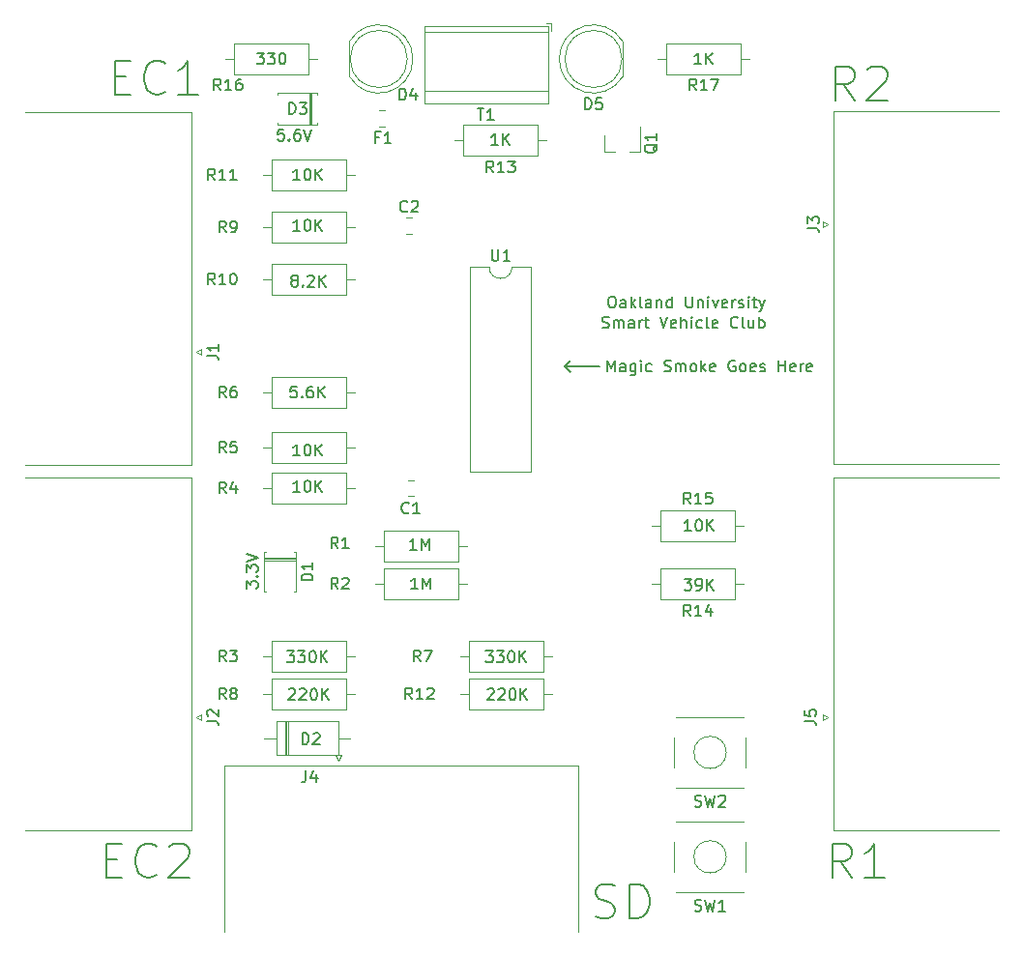
<source format=gbr>
G04 #@! TF.GenerationSoftware,KiCad,Pcbnew,(5.1.5)-3*
G04 #@! TF.CreationDate,2020-03-14T12:37:38-04:00*
G04 #@! TF.ProjectId,CB3,4342332e-6b69-4636-9164-5f7063625858,rev?*
G04 #@! TF.SameCoordinates,Original*
G04 #@! TF.FileFunction,Legend,Top*
G04 #@! TF.FilePolarity,Positive*
%FSLAX46Y46*%
G04 Gerber Fmt 4.6, Leading zero omitted, Abs format (unit mm)*
G04 Created by KiCad (PCBNEW (5.1.5)-3) date 2020-03-14 12:37:38*
%MOMM*%
%LPD*%
G04 APERTURE LIST*
%ADD10C,0.150000*%
%ADD11C,0.120000*%
G04 APERTURE END LIST*
D10*
X124222761Y-65428761D02*
X124365619Y-65476380D01*
X124603714Y-65476380D01*
X124698952Y-65428761D01*
X124746571Y-65381142D01*
X124794190Y-65285904D01*
X124794190Y-65190666D01*
X124746571Y-65095428D01*
X124698952Y-65047809D01*
X124603714Y-65000190D01*
X124413238Y-64952571D01*
X124318000Y-64904952D01*
X124270380Y-64857333D01*
X124222761Y-64762095D01*
X124222761Y-64666857D01*
X124270380Y-64571619D01*
X124318000Y-64524000D01*
X124413238Y-64476380D01*
X124651333Y-64476380D01*
X124794190Y-64524000D01*
X125222761Y-65476380D02*
X125222761Y-64809714D01*
X125222761Y-64904952D02*
X125270380Y-64857333D01*
X125365619Y-64809714D01*
X125508476Y-64809714D01*
X125603714Y-64857333D01*
X125651333Y-64952571D01*
X125651333Y-65476380D01*
X125651333Y-64952571D02*
X125698952Y-64857333D01*
X125794190Y-64809714D01*
X125937047Y-64809714D01*
X126032285Y-64857333D01*
X126079904Y-64952571D01*
X126079904Y-65476380D01*
X126984666Y-65476380D02*
X126984666Y-64952571D01*
X126937047Y-64857333D01*
X126841809Y-64809714D01*
X126651333Y-64809714D01*
X126556095Y-64857333D01*
X126984666Y-65428761D02*
X126889428Y-65476380D01*
X126651333Y-65476380D01*
X126556095Y-65428761D01*
X126508476Y-65333523D01*
X126508476Y-65238285D01*
X126556095Y-65143047D01*
X126651333Y-65095428D01*
X126889428Y-65095428D01*
X126984666Y-65047809D01*
X127460857Y-65476380D02*
X127460857Y-64809714D01*
X127460857Y-65000190D02*
X127508476Y-64904952D01*
X127556095Y-64857333D01*
X127651333Y-64809714D01*
X127746571Y-64809714D01*
X127937047Y-64809714D02*
X128318000Y-64809714D01*
X128079904Y-64476380D02*
X128079904Y-65333523D01*
X128127523Y-65428761D01*
X128222761Y-65476380D01*
X128318000Y-65476380D01*
X129270380Y-64476380D02*
X129603714Y-65476380D01*
X129937047Y-64476380D01*
X130651333Y-65428761D02*
X130556095Y-65476380D01*
X130365619Y-65476380D01*
X130270380Y-65428761D01*
X130222761Y-65333523D01*
X130222761Y-64952571D01*
X130270380Y-64857333D01*
X130365619Y-64809714D01*
X130556095Y-64809714D01*
X130651333Y-64857333D01*
X130698952Y-64952571D01*
X130698952Y-65047809D01*
X130222761Y-65143047D01*
X131127523Y-65476380D02*
X131127523Y-64476380D01*
X131556095Y-65476380D02*
X131556095Y-64952571D01*
X131508476Y-64857333D01*
X131413238Y-64809714D01*
X131270380Y-64809714D01*
X131175142Y-64857333D01*
X131127523Y-64904952D01*
X132032285Y-65476380D02*
X132032285Y-64809714D01*
X132032285Y-64476380D02*
X131984666Y-64524000D01*
X132032285Y-64571619D01*
X132079904Y-64524000D01*
X132032285Y-64476380D01*
X132032285Y-64571619D01*
X132937047Y-65428761D02*
X132841809Y-65476380D01*
X132651333Y-65476380D01*
X132556095Y-65428761D01*
X132508476Y-65381142D01*
X132460857Y-65285904D01*
X132460857Y-65000190D01*
X132508476Y-64904952D01*
X132556095Y-64857333D01*
X132651333Y-64809714D01*
X132841809Y-64809714D01*
X132937047Y-64857333D01*
X133508476Y-65476380D02*
X133413238Y-65428761D01*
X133365619Y-65333523D01*
X133365619Y-64476380D01*
X134270380Y-65428761D02*
X134175142Y-65476380D01*
X133984666Y-65476380D01*
X133889428Y-65428761D01*
X133841809Y-65333523D01*
X133841809Y-64952571D01*
X133889428Y-64857333D01*
X133984666Y-64809714D01*
X134175142Y-64809714D01*
X134270380Y-64857333D01*
X134318000Y-64952571D01*
X134318000Y-65047809D01*
X133841809Y-65143047D01*
X136079904Y-65381142D02*
X136032285Y-65428761D01*
X135889428Y-65476380D01*
X135794190Y-65476380D01*
X135651333Y-65428761D01*
X135556095Y-65333523D01*
X135508476Y-65238285D01*
X135460857Y-65047809D01*
X135460857Y-64904952D01*
X135508476Y-64714476D01*
X135556095Y-64619238D01*
X135651333Y-64524000D01*
X135794190Y-64476380D01*
X135889428Y-64476380D01*
X136032285Y-64524000D01*
X136079904Y-64571619D01*
X136651333Y-65476380D02*
X136556095Y-65428761D01*
X136508476Y-65333523D01*
X136508476Y-64476380D01*
X137460857Y-64809714D02*
X137460857Y-65476380D01*
X137032285Y-64809714D02*
X137032285Y-65333523D01*
X137079904Y-65428761D01*
X137175142Y-65476380D01*
X137318000Y-65476380D01*
X137413238Y-65428761D01*
X137460857Y-65381142D01*
X137937047Y-65476380D02*
X137937047Y-64476380D01*
X137937047Y-64857333D02*
X138032285Y-64809714D01*
X138222761Y-64809714D01*
X138318000Y-64857333D01*
X138365619Y-64904952D01*
X138413238Y-65000190D01*
X138413238Y-65285904D01*
X138365619Y-65381142D01*
X138318000Y-65428761D01*
X138222761Y-65476380D01*
X138032285Y-65476380D01*
X137937047Y-65428761D01*
X124976761Y-62698380D02*
X125167238Y-62698380D01*
X125262476Y-62746000D01*
X125357714Y-62841238D01*
X125405333Y-63031714D01*
X125405333Y-63365047D01*
X125357714Y-63555523D01*
X125262476Y-63650761D01*
X125167238Y-63698380D01*
X124976761Y-63698380D01*
X124881523Y-63650761D01*
X124786285Y-63555523D01*
X124738666Y-63365047D01*
X124738666Y-63031714D01*
X124786285Y-62841238D01*
X124881523Y-62746000D01*
X124976761Y-62698380D01*
X126262476Y-63698380D02*
X126262476Y-63174571D01*
X126214857Y-63079333D01*
X126119619Y-63031714D01*
X125929142Y-63031714D01*
X125833904Y-63079333D01*
X126262476Y-63650761D02*
X126167238Y-63698380D01*
X125929142Y-63698380D01*
X125833904Y-63650761D01*
X125786285Y-63555523D01*
X125786285Y-63460285D01*
X125833904Y-63365047D01*
X125929142Y-63317428D01*
X126167238Y-63317428D01*
X126262476Y-63269809D01*
X126738666Y-63698380D02*
X126738666Y-62698380D01*
X126833904Y-63317428D02*
X127119619Y-63698380D01*
X127119619Y-63031714D02*
X126738666Y-63412666D01*
X127691047Y-63698380D02*
X127595809Y-63650761D01*
X127548190Y-63555523D01*
X127548190Y-62698380D01*
X128500571Y-63698380D02*
X128500571Y-63174571D01*
X128452952Y-63079333D01*
X128357714Y-63031714D01*
X128167238Y-63031714D01*
X128072000Y-63079333D01*
X128500571Y-63650761D02*
X128405333Y-63698380D01*
X128167238Y-63698380D01*
X128072000Y-63650761D01*
X128024380Y-63555523D01*
X128024380Y-63460285D01*
X128072000Y-63365047D01*
X128167238Y-63317428D01*
X128405333Y-63317428D01*
X128500571Y-63269809D01*
X128976761Y-63031714D02*
X128976761Y-63698380D01*
X128976761Y-63126952D02*
X129024380Y-63079333D01*
X129119619Y-63031714D01*
X129262476Y-63031714D01*
X129357714Y-63079333D01*
X129405333Y-63174571D01*
X129405333Y-63698380D01*
X130310095Y-63698380D02*
X130310095Y-62698380D01*
X130310095Y-63650761D02*
X130214857Y-63698380D01*
X130024380Y-63698380D01*
X129929142Y-63650761D01*
X129881523Y-63603142D01*
X129833904Y-63507904D01*
X129833904Y-63222190D01*
X129881523Y-63126952D01*
X129929142Y-63079333D01*
X130024380Y-63031714D01*
X130214857Y-63031714D01*
X130310095Y-63079333D01*
X131548190Y-62698380D02*
X131548190Y-63507904D01*
X131595809Y-63603142D01*
X131643428Y-63650761D01*
X131738666Y-63698380D01*
X131929142Y-63698380D01*
X132024380Y-63650761D01*
X132072000Y-63603142D01*
X132119619Y-63507904D01*
X132119619Y-62698380D01*
X132595809Y-63031714D02*
X132595809Y-63698380D01*
X132595809Y-63126952D02*
X132643428Y-63079333D01*
X132738666Y-63031714D01*
X132881523Y-63031714D01*
X132976761Y-63079333D01*
X133024380Y-63174571D01*
X133024380Y-63698380D01*
X133500571Y-63698380D02*
X133500571Y-63031714D01*
X133500571Y-62698380D02*
X133452952Y-62746000D01*
X133500571Y-62793619D01*
X133548190Y-62746000D01*
X133500571Y-62698380D01*
X133500571Y-62793619D01*
X133881523Y-63031714D02*
X134119619Y-63698380D01*
X134357714Y-63031714D01*
X135119619Y-63650761D02*
X135024380Y-63698380D01*
X134833904Y-63698380D01*
X134738666Y-63650761D01*
X134691047Y-63555523D01*
X134691047Y-63174571D01*
X134738666Y-63079333D01*
X134833904Y-63031714D01*
X135024380Y-63031714D01*
X135119619Y-63079333D01*
X135167238Y-63174571D01*
X135167238Y-63269809D01*
X134691047Y-63365047D01*
X135595809Y-63698380D02*
X135595809Y-63031714D01*
X135595809Y-63222190D02*
X135643428Y-63126952D01*
X135691047Y-63079333D01*
X135786285Y-63031714D01*
X135881523Y-63031714D01*
X136167238Y-63650761D02*
X136262476Y-63698380D01*
X136452952Y-63698380D01*
X136548190Y-63650761D01*
X136595809Y-63555523D01*
X136595809Y-63507904D01*
X136548190Y-63412666D01*
X136452952Y-63365047D01*
X136310095Y-63365047D01*
X136214857Y-63317428D01*
X136167238Y-63222190D01*
X136167238Y-63174571D01*
X136214857Y-63079333D01*
X136310095Y-63031714D01*
X136452952Y-63031714D01*
X136548190Y-63079333D01*
X137024380Y-63698380D02*
X137024380Y-63031714D01*
X137024380Y-62698380D02*
X136976761Y-62746000D01*
X137024380Y-62793619D01*
X137072000Y-62746000D01*
X137024380Y-62698380D01*
X137024380Y-62793619D01*
X137357714Y-63031714D02*
X137738666Y-63031714D01*
X137500571Y-62698380D02*
X137500571Y-63555523D01*
X137548190Y-63650761D01*
X137643428Y-63698380D01*
X137738666Y-63698380D01*
X137976761Y-63031714D02*
X138214857Y-63698380D01*
X138452952Y-63031714D02*
X138214857Y-63698380D01*
X138119619Y-63936476D01*
X138072000Y-63984095D01*
X137976761Y-64031714D01*
X96326438Y-48067980D02*
X95850247Y-48067980D01*
X95802628Y-48544171D01*
X95850247Y-48496552D01*
X95945485Y-48448933D01*
X96183580Y-48448933D01*
X96278819Y-48496552D01*
X96326438Y-48544171D01*
X96374057Y-48639409D01*
X96374057Y-48877504D01*
X96326438Y-48972742D01*
X96278819Y-49020361D01*
X96183580Y-49067980D01*
X95945485Y-49067980D01*
X95850247Y-49020361D01*
X95802628Y-48972742D01*
X96802628Y-48972742D02*
X96850247Y-49020361D01*
X96802628Y-49067980D01*
X96755009Y-49020361D01*
X96802628Y-48972742D01*
X96802628Y-49067980D01*
X97707390Y-48067980D02*
X97516914Y-48067980D01*
X97421676Y-48115600D01*
X97374057Y-48163219D01*
X97278819Y-48306076D01*
X97231200Y-48496552D01*
X97231200Y-48877504D01*
X97278819Y-48972742D01*
X97326438Y-49020361D01*
X97421676Y-49067980D01*
X97612152Y-49067980D01*
X97707390Y-49020361D01*
X97755009Y-48972742D01*
X97802628Y-48877504D01*
X97802628Y-48639409D01*
X97755009Y-48544171D01*
X97707390Y-48496552D01*
X97612152Y-48448933D01*
X97421676Y-48448933D01*
X97326438Y-48496552D01*
X97278819Y-48544171D01*
X97231200Y-48639409D01*
X98088342Y-48067980D02*
X98421676Y-49067980D01*
X98755009Y-48067980D01*
X132881714Y-42362380D02*
X132310285Y-42362380D01*
X132596000Y-42362380D02*
X132596000Y-41362380D01*
X132500761Y-41505238D01*
X132405523Y-41600476D01*
X132310285Y-41648095D01*
X133310285Y-42362380D02*
X133310285Y-41362380D01*
X133881714Y-42362380D02*
X133453142Y-41790952D01*
X133881714Y-41362380D02*
X133310285Y-41933809D01*
X93964285Y-41362380D02*
X94583333Y-41362380D01*
X94250000Y-41743333D01*
X94392857Y-41743333D01*
X94488095Y-41790952D01*
X94535714Y-41838571D01*
X94583333Y-41933809D01*
X94583333Y-42171904D01*
X94535714Y-42267142D01*
X94488095Y-42314761D01*
X94392857Y-42362380D01*
X94107142Y-42362380D01*
X94011904Y-42314761D01*
X93964285Y-42267142D01*
X94916666Y-41362380D02*
X95535714Y-41362380D01*
X95202380Y-41743333D01*
X95345238Y-41743333D01*
X95440476Y-41790952D01*
X95488095Y-41838571D01*
X95535714Y-41933809D01*
X95535714Y-42171904D01*
X95488095Y-42267142D01*
X95440476Y-42314761D01*
X95345238Y-42362380D01*
X95059523Y-42362380D01*
X94964285Y-42314761D01*
X94916666Y-42267142D01*
X96154761Y-41362380D02*
X96250000Y-41362380D01*
X96345238Y-41410000D01*
X96392857Y-41457619D01*
X96440476Y-41552857D01*
X96488095Y-41743333D01*
X96488095Y-41981428D01*
X96440476Y-42171904D01*
X96392857Y-42267142D01*
X96345238Y-42314761D01*
X96250000Y-42362380D01*
X96154761Y-42362380D01*
X96059523Y-42314761D01*
X96011904Y-42267142D01*
X95964285Y-42171904D01*
X95916666Y-41981428D01*
X95916666Y-41743333D01*
X95964285Y-41552857D01*
X96011904Y-41457619D01*
X96059523Y-41410000D01*
X96154761Y-41362380D01*
X93052380Y-88276190D02*
X93052380Y-87657142D01*
X93433333Y-87990476D01*
X93433333Y-87847619D01*
X93480952Y-87752380D01*
X93528571Y-87704761D01*
X93623809Y-87657142D01*
X93861904Y-87657142D01*
X93957142Y-87704761D01*
X94004761Y-87752380D01*
X94052380Y-87847619D01*
X94052380Y-88133333D01*
X94004761Y-88228571D01*
X93957142Y-88276190D01*
X93957142Y-87228571D02*
X94004761Y-87180952D01*
X94052380Y-87228571D01*
X94004761Y-87276190D01*
X93957142Y-87228571D01*
X94052380Y-87228571D01*
X93052380Y-86847619D02*
X93052380Y-86228571D01*
X93433333Y-86561904D01*
X93433333Y-86419047D01*
X93480952Y-86323809D01*
X93528571Y-86276190D01*
X93623809Y-86228571D01*
X93861904Y-86228571D01*
X93957142Y-86276190D01*
X94004761Y-86323809D01*
X94052380Y-86419047D01*
X94052380Y-86704761D01*
X94004761Y-86800000D01*
X93957142Y-86847619D01*
X93052380Y-85942857D02*
X94052380Y-85609523D01*
X93052380Y-85276190D01*
X132009523Y-83252380D02*
X131438095Y-83252380D01*
X131723809Y-83252380D02*
X131723809Y-82252380D01*
X131628571Y-82395238D01*
X131533333Y-82490476D01*
X131438095Y-82538095D01*
X132628571Y-82252380D02*
X132723809Y-82252380D01*
X132819047Y-82300000D01*
X132866666Y-82347619D01*
X132914285Y-82442857D01*
X132961904Y-82633333D01*
X132961904Y-82871428D01*
X132914285Y-83061904D01*
X132866666Y-83157142D01*
X132819047Y-83204761D01*
X132723809Y-83252380D01*
X132628571Y-83252380D01*
X132533333Y-83204761D01*
X132485714Y-83157142D01*
X132438095Y-83061904D01*
X132390476Y-82871428D01*
X132390476Y-82633333D01*
X132438095Y-82442857D01*
X132485714Y-82347619D01*
X132533333Y-82300000D01*
X132628571Y-82252380D01*
X133390476Y-83252380D02*
X133390476Y-82252380D01*
X133961904Y-83252380D02*
X133533333Y-82680952D01*
X133961904Y-82252380D02*
X133390476Y-82823809D01*
X131390476Y-87452380D02*
X132009523Y-87452380D01*
X131676190Y-87833333D01*
X131819047Y-87833333D01*
X131914285Y-87880952D01*
X131961904Y-87928571D01*
X132009523Y-88023809D01*
X132009523Y-88261904D01*
X131961904Y-88357142D01*
X131914285Y-88404761D01*
X131819047Y-88452380D01*
X131533333Y-88452380D01*
X131438095Y-88404761D01*
X131390476Y-88357142D01*
X132485714Y-88452380D02*
X132676190Y-88452380D01*
X132771428Y-88404761D01*
X132819047Y-88357142D01*
X132914285Y-88214285D01*
X132961904Y-88023809D01*
X132961904Y-87642857D01*
X132914285Y-87547619D01*
X132866666Y-87500000D01*
X132771428Y-87452380D01*
X132580952Y-87452380D01*
X132485714Y-87500000D01*
X132438095Y-87547619D01*
X132390476Y-87642857D01*
X132390476Y-87880952D01*
X132438095Y-87976190D01*
X132485714Y-88023809D01*
X132580952Y-88071428D01*
X132771428Y-88071428D01*
X132866666Y-88023809D01*
X132914285Y-87976190D01*
X132961904Y-87880952D01*
X133390476Y-88452380D02*
X133390476Y-87452380D01*
X133961904Y-88452380D02*
X133533333Y-87880952D01*
X133961904Y-87452380D02*
X133390476Y-88023809D01*
X114161904Y-97147619D02*
X114209523Y-97100000D01*
X114304761Y-97052380D01*
X114542857Y-97052380D01*
X114638095Y-97100000D01*
X114685714Y-97147619D01*
X114733333Y-97242857D01*
X114733333Y-97338095D01*
X114685714Y-97480952D01*
X114114285Y-98052380D01*
X114733333Y-98052380D01*
X115114285Y-97147619D02*
X115161904Y-97100000D01*
X115257142Y-97052380D01*
X115495238Y-97052380D01*
X115590476Y-97100000D01*
X115638095Y-97147619D01*
X115685714Y-97242857D01*
X115685714Y-97338095D01*
X115638095Y-97480952D01*
X115066666Y-98052380D01*
X115685714Y-98052380D01*
X116304761Y-97052380D02*
X116400000Y-97052380D01*
X116495238Y-97100000D01*
X116542857Y-97147619D01*
X116590476Y-97242857D01*
X116638095Y-97433333D01*
X116638095Y-97671428D01*
X116590476Y-97861904D01*
X116542857Y-97957142D01*
X116495238Y-98004761D01*
X116400000Y-98052380D01*
X116304761Y-98052380D01*
X116209523Y-98004761D01*
X116161904Y-97957142D01*
X116114285Y-97861904D01*
X116066666Y-97671428D01*
X116066666Y-97433333D01*
X116114285Y-97242857D01*
X116161904Y-97147619D01*
X116209523Y-97100000D01*
X116304761Y-97052380D01*
X117066666Y-98052380D02*
X117066666Y-97052380D01*
X117638095Y-98052380D02*
X117209523Y-97480952D01*
X117638095Y-97052380D02*
X117066666Y-97623809D01*
X114014285Y-93752380D02*
X114633333Y-93752380D01*
X114300000Y-94133333D01*
X114442857Y-94133333D01*
X114538095Y-94180952D01*
X114585714Y-94228571D01*
X114633333Y-94323809D01*
X114633333Y-94561904D01*
X114585714Y-94657142D01*
X114538095Y-94704761D01*
X114442857Y-94752380D01*
X114157142Y-94752380D01*
X114061904Y-94704761D01*
X114014285Y-94657142D01*
X114966666Y-93752380D02*
X115585714Y-93752380D01*
X115252380Y-94133333D01*
X115395238Y-94133333D01*
X115490476Y-94180952D01*
X115538095Y-94228571D01*
X115585714Y-94323809D01*
X115585714Y-94561904D01*
X115538095Y-94657142D01*
X115490476Y-94704761D01*
X115395238Y-94752380D01*
X115109523Y-94752380D01*
X115014285Y-94704761D01*
X114966666Y-94657142D01*
X116204761Y-93752380D02*
X116300000Y-93752380D01*
X116395238Y-93800000D01*
X116442857Y-93847619D01*
X116490476Y-93942857D01*
X116538095Y-94133333D01*
X116538095Y-94371428D01*
X116490476Y-94561904D01*
X116442857Y-94657142D01*
X116395238Y-94704761D01*
X116300000Y-94752380D01*
X116204761Y-94752380D01*
X116109523Y-94704761D01*
X116061904Y-94657142D01*
X116014285Y-94561904D01*
X115966666Y-94371428D01*
X115966666Y-94133333D01*
X116014285Y-93942857D01*
X116061904Y-93847619D01*
X116109523Y-93800000D01*
X116204761Y-93752380D01*
X116966666Y-94752380D02*
X116966666Y-93752380D01*
X117538095Y-94752380D02*
X117109523Y-94180952D01*
X117538095Y-93752380D02*
X116966666Y-94323809D01*
X96761904Y-97147619D02*
X96809523Y-97100000D01*
X96904761Y-97052380D01*
X97142857Y-97052380D01*
X97238095Y-97100000D01*
X97285714Y-97147619D01*
X97333333Y-97242857D01*
X97333333Y-97338095D01*
X97285714Y-97480952D01*
X96714285Y-98052380D01*
X97333333Y-98052380D01*
X97714285Y-97147619D02*
X97761904Y-97100000D01*
X97857142Y-97052380D01*
X98095238Y-97052380D01*
X98190476Y-97100000D01*
X98238095Y-97147619D01*
X98285714Y-97242857D01*
X98285714Y-97338095D01*
X98238095Y-97480952D01*
X97666666Y-98052380D01*
X98285714Y-98052380D01*
X98904761Y-97052380D02*
X99000000Y-97052380D01*
X99095238Y-97100000D01*
X99142857Y-97147619D01*
X99190476Y-97242857D01*
X99238095Y-97433333D01*
X99238095Y-97671428D01*
X99190476Y-97861904D01*
X99142857Y-97957142D01*
X99095238Y-98004761D01*
X99000000Y-98052380D01*
X98904761Y-98052380D01*
X98809523Y-98004761D01*
X98761904Y-97957142D01*
X98714285Y-97861904D01*
X98666666Y-97671428D01*
X98666666Y-97433333D01*
X98714285Y-97242857D01*
X98761904Y-97147619D01*
X98809523Y-97100000D01*
X98904761Y-97052380D01*
X99666666Y-98052380D02*
X99666666Y-97052380D01*
X100238095Y-98052380D02*
X99809523Y-97480952D01*
X100238095Y-97052380D02*
X99666666Y-97623809D01*
X96614285Y-93752380D02*
X97233333Y-93752380D01*
X96900000Y-94133333D01*
X97042857Y-94133333D01*
X97138095Y-94180952D01*
X97185714Y-94228571D01*
X97233333Y-94323809D01*
X97233333Y-94561904D01*
X97185714Y-94657142D01*
X97138095Y-94704761D01*
X97042857Y-94752380D01*
X96757142Y-94752380D01*
X96661904Y-94704761D01*
X96614285Y-94657142D01*
X97566666Y-93752380D02*
X98185714Y-93752380D01*
X97852380Y-94133333D01*
X97995238Y-94133333D01*
X98090476Y-94180952D01*
X98138095Y-94228571D01*
X98185714Y-94323809D01*
X98185714Y-94561904D01*
X98138095Y-94657142D01*
X98090476Y-94704761D01*
X97995238Y-94752380D01*
X97709523Y-94752380D01*
X97614285Y-94704761D01*
X97566666Y-94657142D01*
X98804761Y-93752380D02*
X98900000Y-93752380D01*
X98995238Y-93800000D01*
X99042857Y-93847619D01*
X99090476Y-93942857D01*
X99138095Y-94133333D01*
X99138095Y-94371428D01*
X99090476Y-94561904D01*
X99042857Y-94657142D01*
X98995238Y-94704761D01*
X98900000Y-94752380D01*
X98804761Y-94752380D01*
X98709523Y-94704761D01*
X98661904Y-94657142D01*
X98614285Y-94561904D01*
X98566666Y-94371428D01*
X98566666Y-94133333D01*
X98614285Y-93942857D01*
X98661904Y-93847619D01*
X98709523Y-93800000D01*
X98804761Y-93752380D01*
X99566666Y-94752380D02*
X99566666Y-93752380D01*
X100138095Y-94752380D02*
X99709523Y-94180952D01*
X100138095Y-93752380D02*
X99566666Y-94323809D01*
X115085714Y-49452380D02*
X114514285Y-49452380D01*
X114800000Y-49452380D02*
X114800000Y-48452380D01*
X114704761Y-48595238D01*
X114609523Y-48690476D01*
X114514285Y-48738095D01*
X115514285Y-49452380D02*
X115514285Y-48452380D01*
X116085714Y-49452380D02*
X115657142Y-48880952D01*
X116085714Y-48452380D02*
X115514285Y-49023809D01*
X108066285Y-88336380D02*
X107494857Y-88336380D01*
X107780571Y-88336380D02*
X107780571Y-87336380D01*
X107685333Y-87479238D01*
X107590095Y-87574476D01*
X107494857Y-87622095D01*
X108494857Y-88336380D02*
X108494857Y-87336380D01*
X108828190Y-88050666D01*
X109161523Y-87336380D01*
X109161523Y-88336380D01*
X107939285Y-84907380D02*
X107367857Y-84907380D01*
X107653571Y-84907380D02*
X107653571Y-83907380D01*
X107558333Y-84050238D01*
X107463095Y-84145476D01*
X107367857Y-84193095D01*
X108367857Y-84907380D02*
X108367857Y-83907380D01*
X108701190Y-84621666D01*
X109034523Y-83907380D01*
X109034523Y-84907380D01*
X97734523Y-79827380D02*
X97163095Y-79827380D01*
X97448809Y-79827380D02*
X97448809Y-78827380D01*
X97353571Y-78970238D01*
X97258333Y-79065476D01*
X97163095Y-79113095D01*
X98353571Y-78827380D02*
X98448809Y-78827380D01*
X98544047Y-78875000D01*
X98591666Y-78922619D01*
X98639285Y-79017857D01*
X98686904Y-79208333D01*
X98686904Y-79446428D01*
X98639285Y-79636904D01*
X98591666Y-79732142D01*
X98544047Y-79779761D01*
X98448809Y-79827380D01*
X98353571Y-79827380D01*
X98258333Y-79779761D01*
X98210714Y-79732142D01*
X98163095Y-79636904D01*
X98115476Y-79446428D01*
X98115476Y-79208333D01*
X98163095Y-79017857D01*
X98210714Y-78922619D01*
X98258333Y-78875000D01*
X98353571Y-78827380D01*
X99115476Y-79827380D02*
X99115476Y-78827380D01*
X99686904Y-79827380D02*
X99258333Y-79255952D01*
X99686904Y-78827380D02*
X99115476Y-79398809D01*
X97734523Y-76652380D02*
X97163095Y-76652380D01*
X97448809Y-76652380D02*
X97448809Y-75652380D01*
X97353571Y-75795238D01*
X97258333Y-75890476D01*
X97163095Y-75938095D01*
X98353571Y-75652380D02*
X98448809Y-75652380D01*
X98544047Y-75700000D01*
X98591666Y-75747619D01*
X98639285Y-75842857D01*
X98686904Y-76033333D01*
X98686904Y-76271428D01*
X98639285Y-76461904D01*
X98591666Y-76557142D01*
X98544047Y-76604761D01*
X98448809Y-76652380D01*
X98353571Y-76652380D01*
X98258333Y-76604761D01*
X98210714Y-76557142D01*
X98163095Y-76461904D01*
X98115476Y-76271428D01*
X98115476Y-76033333D01*
X98163095Y-75842857D01*
X98210714Y-75747619D01*
X98258333Y-75700000D01*
X98353571Y-75652380D01*
X99115476Y-76652380D02*
X99115476Y-75652380D01*
X99686904Y-76652380D02*
X99258333Y-76080952D01*
X99686904Y-75652380D02*
X99115476Y-76223809D01*
X97448809Y-70572380D02*
X96972619Y-70572380D01*
X96925000Y-71048571D01*
X96972619Y-71000952D01*
X97067857Y-70953333D01*
X97305952Y-70953333D01*
X97401190Y-71000952D01*
X97448809Y-71048571D01*
X97496428Y-71143809D01*
X97496428Y-71381904D01*
X97448809Y-71477142D01*
X97401190Y-71524761D01*
X97305952Y-71572380D01*
X97067857Y-71572380D01*
X96972619Y-71524761D01*
X96925000Y-71477142D01*
X97925000Y-71477142D02*
X97972619Y-71524761D01*
X97925000Y-71572380D01*
X97877380Y-71524761D01*
X97925000Y-71477142D01*
X97925000Y-71572380D01*
X98829761Y-70572380D02*
X98639285Y-70572380D01*
X98544047Y-70620000D01*
X98496428Y-70667619D01*
X98401190Y-70810476D01*
X98353571Y-71000952D01*
X98353571Y-71381904D01*
X98401190Y-71477142D01*
X98448809Y-71524761D01*
X98544047Y-71572380D01*
X98734523Y-71572380D01*
X98829761Y-71524761D01*
X98877380Y-71477142D01*
X98925000Y-71381904D01*
X98925000Y-71143809D01*
X98877380Y-71048571D01*
X98829761Y-71000952D01*
X98734523Y-70953333D01*
X98544047Y-70953333D01*
X98448809Y-71000952D01*
X98401190Y-71048571D01*
X98353571Y-71143809D01*
X99353571Y-71572380D02*
X99353571Y-70572380D01*
X99925000Y-71572380D02*
X99496428Y-71000952D01*
X99925000Y-70572380D02*
X99353571Y-71143809D01*
X97190476Y-61280952D02*
X97095238Y-61233333D01*
X97047619Y-61185714D01*
X97000000Y-61090476D01*
X97000000Y-61042857D01*
X97047619Y-60947619D01*
X97095238Y-60900000D01*
X97190476Y-60852380D01*
X97380952Y-60852380D01*
X97476190Y-60900000D01*
X97523809Y-60947619D01*
X97571428Y-61042857D01*
X97571428Y-61090476D01*
X97523809Y-61185714D01*
X97476190Y-61233333D01*
X97380952Y-61280952D01*
X97190476Y-61280952D01*
X97095238Y-61328571D01*
X97047619Y-61376190D01*
X97000000Y-61471428D01*
X97000000Y-61661904D01*
X97047619Y-61757142D01*
X97095238Y-61804761D01*
X97190476Y-61852380D01*
X97380952Y-61852380D01*
X97476190Y-61804761D01*
X97523809Y-61757142D01*
X97571428Y-61661904D01*
X97571428Y-61471428D01*
X97523809Y-61376190D01*
X97476190Y-61328571D01*
X97380952Y-61280952D01*
X98000000Y-61757142D02*
X98047619Y-61804761D01*
X98000000Y-61852380D01*
X97952380Y-61804761D01*
X98000000Y-61757142D01*
X98000000Y-61852380D01*
X98428571Y-60947619D02*
X98476190Y-60900000D01*
X98571428Y-60852380D01*
X98809523Y-60852380D01*
X98904761Y-60900000D01*
X98952380Y-60947619D01*
X99000000Y-61042857D01*
X99000000Y-61138095D01*
X98952380Y-61280952D01*
X98380952Y-61852380D01*
X99000000Y-61852380D01*
X99428571Y-61852380D02*
X99428571Y-60852380D01*
X100000000Y-61852380D02*
X99571428Y-61280952D01*
X100000000Y-60852380D02*
X99428571Y-61423809D01*
X97734523Y-56967380D02*
X97163095Y-56967380D01*
X97448809Y-56967380D02*
X97448809Y-55967380D01*
X97353571Y-56110238D01*
X97258333Y-56205476D01*
X97163095Y-56253095D01*
X98353571Y-55967380D02*
X98448809Y-55967380D01*
X98544047Y-56015000D01*
X98591666Y-56062619D01*
X98639285Y-56157857D01*
X98686904Y-56348333D01*
X98686904Y-56586428D01*
X98639285Y-56776904D01*
X98591666Y-56872142D01*
X98544047Y-56919761D01*
X98448809Y-56967380D01*
X98353571Y-56967380D01*
X98258333Y-56919761D01*
X98210714Y-56872142D01*
X98163095Y-56776904D01*
X98115476Y-56586428D01*
X98115476Y-56348333D01*
X98163095Y-56157857D01*
X98210714Y-56062619D01*
X98258333Y-56015000D01*
X98353571Y-55967380D01*
X99115476Y-56967380D02*
X99115476Y-55967380D01*
X99686904Y-56967380D02*
X99258333Y-56395952D01*
X99686904Y-55967380D02*
X99115476Y-56538809D01*
X97734523Y-52522380D02*
X97163095Y-52522380D01*
X97448809Y-52522380D02*
X97448809Y-51522380D01*
X97353571Y-51665238D01*
X97258333Y-51760476D01*
X97163095Y-51808095D01*
X98353571Y-51522380D02*
X98448809Y-51522380D01*
X98544047Y-51570000D01*
X98591666Y-51617619D01*
X98639285Y-51712857D01*
X98686904Y-51903333D01*
X98686904Y-52141428D01*
X98639285Y-52331904D01*
X98591666Y-52427142D01*
X98544047Y-52474761D01*
X98448809Y-52522380D01*
X98353571Y-52522380D01*
X98258333Y-52474761D01*
X98210714Y-52427142D01*
X98163095Y-52331904D01*
X98115476Y-52141428D01*
X98115476Y-51903333D01*
X98163095Y-51712857D01*
X98210714Y-51617619D01*
X98258333Y-51570000D01*
X98353571Y-51522380D01*
X99115476Y-52522380D02*
X99115476Y-51522380D01*
X99686904Y-52522380D02*
X99258333Y-51950952D01*
X99686904Y-51522380D02*
X99115476Y-52093809D01*
X123626857Y-117038285D02*
X124055428Y-117181142D01*
X124769714Y-117181142D01*
X125055428Y-117038285D01*
X125198285Y-116895428D01*
X125341142Y-116609714D01*
X125341142Y-116324000D01*
X125198285Y-116038285D01*
X125055428Y-115895428D01*
X124769714Y-115752571D01*
X124198285Y-115609714D01*
X123912571Y-115466857D01*
X123769714Y-115324000D01*
X123626857Y-115038285D01*
X123626857Y-114752571D01*
X123769714Y-114466857D01*
X123912571Y-114324000D01*
X124198285Y-114181142D01*
X124912571Y-114181142D01*
X125341142Y-114324000D01*
X126626857Y-117181142D02*
X126626857Y-114181142D01*
X127341142Y-114181142D01*
X127769714Y-114324000D01*
X128055428Y-114609714D01*
X128198285Y-114895428D01*
X128341142Y-115466857D01*
X128341142Y-115895428D01*
X128198285Y-116466857D01*
X128055428Y-116752571D01*
X127769714Y-117038285D01*
X127341142Y-117181142D01*
X126626857Y-117181142D01*
X80756571Y-112053714D02*
X81756571Y-112053714D01*
X82185142Y-113625142D02*
X80756571Y-113625142D01*
X80756571Y-110625142D01*
X82185142Y-110625142D01*
X85185142Y-113339428D02*
X85042285Y-113482285D01*
X84613714Y-113625142D01*
X84328000Y-113625142D01*
X83899428Y-113482285D01*
X83613714Y-113196571D01*
X83470857Y-112910857D01*
X83328000Y-112339428D01*
X83328000Y-111910857D01*
X83470857Y-111339428D01*
X83613714Y-111053714D01*
X83899428Y-110768000D01*
X84328000Y-110625142D01*
X84613714Y-110625142D01*
X85042285Y-110768000D01*
X85185142Y-110910857D01*
X86328000Y-110910857D02*
X86470857Y-110768000D01*
X86756571Y-110625142D01*
X87470857Y-110625142D01*
X87756571Y-110768000D01*
X87899428Y-110910857D01*
X88042285Y-111196571D01*
X88042285Y-111482285D01*
X87899428Y-111910857D01*
X86185142Y-113625142D01*
X88042285Y-113625142D01*
X81518571Y-43473714D02*
X82518571Y-43473714D01*
X82947142Y-45045142D02*
X81518571Y-45045142D01*
X81518571Y-42045142D01*
X82947142Y-42045142D01*
X85947142Y-44759428D02*
X85804285Y-44902285D01*
X85375714Y-45045142D01*
X85090000Y-45045142D01*
X84661428Y-44902285D01*
X84375714Y-44616571D01*
X84232857Y-44330857D01*
X84090000Y-43759428D01*
X84090000Y-43330857D01*
X84232857Y-42759428D01*
X84375714Y-42473714D01*
X84661428Y-42188000D01*
X85090000Y-42045142D01*
X85375714Y-42045142D01*
X85804285Y-42188000D01*
X85947142Y-42330857D01*
X88804285Y-45045142D02*
X87090000Y-45045142D01*
X87947142Y-45045142D02*
X87947142Y-42045142D01*
X87661428Y-42473714D01*
X87375714Y-42759428D01*
X87090000Y-42902285D01*
X146312000Y-45553142D02*
X145312000Y-44124571D01*
X144597714Y-45553142D02*
X144597714Y-42553142D01*
X145740571Y-42553142D01*
X146026285Y-42696000D01*
X146169142Y-42838857D01*
X146312000Y-43124571D01*
X146312000Y-43553142D01*
X146169142Y-43838857D01*
X146026285Y-43981714D01*
X145740571Y-44124571D01*
X144597714Y-44124571D01*
X147454857Y-42838857D02*
X147597714Y-42696000D01*
X147883428Y-42553142D01*
X148597714Y-42553142D01*
X148883428Y-42696000D01*
X149026285Y-42838857D01*
X149169142Y-43124571D01*
X149169142Y-43410285D01*
X149026285Y-43838857D01*
X147312000Y-45553142D01*
X149169142Y-45553142D01*
X146058000Y-113625142D02*
X145058000Y-112196571D01*
X144343714Y-113625142D02*
X144343714Y-110625142D01*
X145486571Y-110625142D01*
X145772285Y-110768000D01*
X145915142Y-110910857D01*
X146058000Y-111196571D01*
X146058000Y-111625142D01*
X145915142Y-111910857D01*
X145772285Y-112053714D01*
X145486571Y-112196571D01*
X144343714Y-112196571D01*
X148915142Y-113625142D02*
X147200857Y-113625142D01*
X148058000Y-113625142D02*
X148058000Y-110625142D01*
X147772285Y-111053714D01*
X147486571Y-111339428D01*
X147200857Y-111482285D01*
X120904000Y-68834000D02*
X121412000Y-69342000D01*
X121412000Y-68326000D02*
X120904000Y-68834000D01*
X120904000Y-68834000D02*
X121412000Y-68326000D01*
X123952000Y-68834000D02*
X120904000Y-68834000D01*
X124651619Y-69286380D02*
X124651619Y-68286380D01*
X124984952Y-69000666D01*
X125318285Y-68286380D01*
X125318285Y-69286380D01*
X126223047Y-69286380D02*
X126223047Y-68762571D01*
X126175428Y-68667333D01*
X126080190Y-68619714D01*
X125889714Y-68619714D01*
X125794476Y-68667333D01*
X126223047Y-69238761D02*
X126127809Y-69286380D01*
X125889714Y-69286380D01*
X125794476Y-69238761D01*
X125746857Y-69143523D01*
X125746857Y-69048285D01*
X125794476Y-68953047D01*
X125889714Y-68905428D01*
X126127809Y-68905428D01*
X126223047Y-68857809D01*
X127127809Y-68619714D02*
X127127809Y-69429238D01*
X127080190Y-69524476D01*
X127032571Y-69572095D01*
X126937333Y-69619714D01*
X126794476Y-69619714D01*
X126699238Y-69572095D01*
X127127809Y-69238761D02*
X127032571Y-69286380D01*
X126842095Y-69286380D01*
X126746857Y-69238761D01*
X126699238Y-69191142D01*
X126651619Y-69095904D01*
X126651619Y-68810190D01*
X126699238Y-68714952D01*
X126746857Y-68667333D01*
X126842095Y-68619714D01*
X127032571Y-68619714D01*
X127127809Y-68667333D01*
X127604000Y-69286380D02*
X127604000Y-68619714D01*
X127604000Y-68286380D02*
X127556380Y-68334000D01*
X127604000Y-68381619D01*
X127651619Y-68334000D01*
X127604000Y-68286380D01*
X127604000Y-68381619D01*
X128508761Y-69238761D02*
X128413523Y-69286380D01*
X128223047Y-69286380D01*
X128127809Y-69238761D01*
X128080190Y-69191142D01*
X128032571Y-69095904D01*
X128032571Y-68810190D01*
X128080190Y-68714952D01*
X128127809Y-68667333D01*
X128223047Y-68619714D01*
X128413523Y-68619714D01*
X128508761Y-68667333D01*
X129651619Y-69238761D02*
X129794476Y-69286380D01*
X130032571Y-69286380D01*
X130127809Y-69238761D01*
X130175428Y-69191142D01*
X130223047Y-69095904D01*
X130223047Y-69000666D01*
X130175428Y-68905428D01*
X130127809Y-68857809D01*
X130032571Y-68810190D01*
X129842095Y-68762571D01*
X129746857Y-68714952D01*
X129699238Y-68667333D01*
X129651619Y-68572095D01*
X129651619Y-68476857D01*
X129699238Y-68381619D01*
X129746857Y-68334000D01*
X129842095Y-68286380D01*
X130080190Y-68286380D01*
X130223047Y-68334000D01*
X130651619Y-69286380D02*
X130651619Y-68619714D01*
X130651619Y-68714952D02*
X130699238Y-68667333D01*
X130794476Y-68619714D01*
X130937333Y-68619714D01*
X131032571Y-68667333D01*
X131080190Y-68762571D01*
X131080190Y-69286380D01*
X131080190Y-68762571D02*
X131127809Y-68667333D01*
X131223047Y-68619714D01*
X131365904Y-68619714D01*
X131461142Y-68667333D01*
X131508761Y-68762571D01*
X131508761Y-69286380D01*
X132127809Y-69286380D02*
X132032571Y-69238761D01*
X131984952Y-69191142D01*
X131937333Y-69095904D01*
X131937333Y-68810190D01*
X131984952Y-68714952D01*
X132032571Y-68667333D01*
X132127809Y-68619714D01*
X132270666Y-68619714D01*
X132365904Y-68667333D01*
X132413523Y-68714952D01*
X132461142Y-68810190D01*
X132461142Y-69095904D01*
X132413523Y-69191142D01*
X132365904Y-69238761D01*
X132270666Y-69286380D01*
X132127809Y-69286380D01*
X132889714Y-69286380D02*
X132889714Y-68286380D01*
X132984952Y-68905428D02*
X133270666Y-69286380D01*
X133270666Y-68619714D02*
X132889714Y-69000666D01*
X134080190Y-69238761D02*
X133984952Y-69286380D01*
X133794476Y-69286380D01*
X133699238Y-69238761D01*
X133651619Y-69143523D01*
X133651619Y-68762571D01*
X133699238Y-68667333D01*
X133794476Y-68619714D01*
X133984952Y-68619714D01*
X134080190Y-68667333D01*
X134127809Y-68762571D01*
X134127809Y-68857809D01*
X133651619Y-68953047D01*
X135842095Y-68334000D02*
X135746857Y-68286380D01*
X135604000Y-68286380D01*
X135461142Y-68334000D01*
X135365904Y-68429238D01*
X135318285Y-68524476D01*
X135270666Y-68714952D01*
X135270666Y-68857809D01*
X135318285Y-69048285D01*
X135365904Y-69143523D01*
X135461142Y-69238761D01*
X135604000Y-69286380D01*
X135699238Y-69286380D01*
X135842095Y-69238761D01*
X135889714Y-69191142D01*
X135889714Y-68857809D01*
X135699238Y-68857809D01*
X136461142Y-69286380D02*
X136365904Y-69238761D01*
X136318285Y-69191142D01*
X136270666Y-69095904D01*
X136270666Y-68810190D01*
X136318285Y-68714952D01*
X136365904Y-68667333D01*
X136461142Y-68619714D01*
X136604000Y-68619714D01*
X136699238Y-68667333D01*
X136746857Y-68714952D01*
X136794476Y-68810190D01*
X136794476Y-69095904D01*
X136746857Y-69191142D01*
X136699238Y-69238761D01*
X136604000Y-69286380D01*
X136461142Y-69286380D01*
X137604000Y-69238761D02*
X137508761Y-69286380D01*
X137318285Y-69286380D01*
X137223047Y-69238761D01*
X137175428Y-69143523D01*
X137175428Y-68762571D01*
X137223047Y-68667333D01*
X137318285Y-68619714D01*
X137508761Y-68619714D01*
X137604000Y-68667333D01*
X137651619Y-68762571D01*
X137651619Y-68857809D01*
X137175428Y-68953047D01*
X138032571Y-69238761D02*
X138127809Y-69286380D01*
X138318285Y-69286380D01*
X138413523Y-69238761D01*
X138461142Y-69143523D01*
X138461142Y-69095904D01*
X138413523Y-69000666D01*
X138318285Y-68953047D01*
X138175428Y-68953047D01*
X138080190Y-68905428D01*
X138032571Y-68810190D01*
X138032571Y-68762571D01*
X138080190Y-68667333D01*
X138175428Y-68619714D01*
X138318285Y-68619714D01*
X138413523Y-68667333D01*
X139651619Y-69286380D02*
X139651619Y-68286380D01*
X139651619Y-68762571D02*
X140223047Y-68762571D01*
X140223047Y-69286380D02*
X140223047Y-68286380D01*
X141080190Y-69238761D02*
X140984952Y-69286380D01*
X140794476Y-69286380D01*
X140699238Y-69238761D01*
X140651619Y-69143523D01*
X140651619Y-68762571D01*
X140699238Y-68667333D01*
X140794476Y-68619714D01*
X140984952Y-68619714D01*
X141080190Y-68667333D01*
X141127809Y-68762571D01*
X141127809Y-68857809D01*
X140651619Y-68953047D01*
X141556380Y-69286380D02*
X141556380Y-68619714D01*
X141556380Y-68810190D02*
X141604000Y-68714952D01*
X141651619Y-68667333D01*
X141746857Y-68619714D01*
X141842095Y-68619714D01*
X142556380Y-69238761D02*
X142461142Y-69286380D01*
X142270666Y-69286380D01*
X142175428Y-69238761D01*
X142127809Y-69143523D01*
X142127809Y-68762571D01*
X142175428Y-68667333D01*
X142270666Y-68619714D01*
X142461142Y-68619714D01*
X142556380Y-68667333D01*
X142604000Y-68762571D01*
X142604000Y-68857809D01*
X142127809Y-68953047D01*
D11*
X104643422Y-47852400D02*
X105160578Y-47852400D01*
X104643422Y-46432400D02*
X105160578Y-46432400D01*
X137136000Y-41910000D02*
X136366000Y-41910000D01*
X129056000Y-41910000D02*
X129826000Y-41910000D01*
X136366000Y-40540000D02*
X129826000Y-40540000D01*
X136366000Y-43280000D02*
X136366000Y-40540000D01*
X129826000Y-43280000D02*
X136366000Y-43280000D01*
X129826000Y-40540000D02*
X129826000Y-43280000D01*
X91210000Y-41910000D02*
X91980000Y-41910000D01*
X99290000Y-41910000D02*
X98520000Y-41910000D01*
X91980000Y-43280000D02*
X98520000Y-43280000D01*
X91980000Y-40540000D02*
X91980000Y-43280000D01*
X98520000Y-40540000D02*
X91980000Y-40540000D01*
X98520000Y-43280000D02*
X98520000Y-40540000D01*
X120454000Y-41910462D02*
G75*
G02X126004000Y-40365170I2990000J462D01*
G01*
X120454000Y-41909538D02*
G75*
G03X126004000Y-43454830I2990000J-462D01*
G01*
X125944000Y-41910000D02*
G75*
G03X125944000Y-41910000I-2500000J0D01*
G01*
X126004000Y-43455000D02*
X126004000Y-40365000D01*
X107638000Y-41909538D02*
G75*
G02X102088000Y-43454830I-2990000J-462D01*
G01*
X107638000Y-41910462D02*
G75*
G03X102088000Y-40365170I-2990000J462D01*
G01*
X107148000Y-41910000D02*
G75*
G03X107148000Y-41910000I-2500000J0D01*
G01*
X102088000Y-40365000D02*
X102088000Y-43455000D01*
X98776000Y-47698800D02*
X98776000Y-44858800D01*
X98536000Y-47698800D02*
X98536000Y-44858800D01*
X98656000Y-47698800D02*
X98656000Y-44858800D01*
X95816000Y-44858800D02*
X95816000Y-45038800D01*
X99256000Y-44858800D02*
X95816000Y-44858800D01*
X99256000Y-45038800D02*
X99256000Y-44858800D01*
X95816000Y-47698800D02*
X95816000Y-47518800D01*
X99256000Y-47698800D02*
X95816000Y-47698800D01*
X99256000Y-47518800D02*
X99256000Y-47698800D01*
X96440000Y-99930000D02*
X96440000Y-102870000D01*
X96680000Y-99930000D02*
X96680000Y-102870000D01*
X96560000Y-99930000D02*
X96560000Y-102870000D01*
X102120000Y-101400000D02*
X101100000Y-101400000D01*
X94640000Y-101400000D02*
X95660000Y-101400000D01*
X101100000Y-99930000D02*
X95660000Y-99930000D01*
X101100000Y-102870000D02*
X101100000Y-99930000D01*
X95660000Y-102870000D02*
X101100000Y-102870000D01*
X95660000Y-99930000D02*
X95660000Y-102870000D01*
X97420000Y-85600000D02*
X94580000Y-85600000D01*
X97420000Y-85840000D02*
X94580000Y-85840000D01*
X97420000Y-85720000D02*
X94580000Y-85720000D01*
X94580000Y-88560000D02*
X94760000Y-88560000D01*
X94580000Y-85120000D02*
X94580000Y-88560000D01*
X94760000Y-85120000D02*
X94580000Y-85120000D01*
X97420000Y-88560000D02*
X97240000Y-88560000D01*
X97420000Y-85120000D02*
X97420000Y-88560000D01*
X97240000Y-85120000D02*
X97420000Y-85120000D01*
X73680000Y-46539000D02*
X88220000Y-46539000D01*
X88220000Y-46539000D02*
X88220000Y-77509000D01*
X88220000Y-77509000D02*
X73680000Y-77509000D01*
X89114338Y-67314000D02*
X89114338Y-67814000D01*
X89114338Y-67814000D02*
X88681325Y-67564000D01*
X88681325Y-67564000D02*
X89114338Y-67314000D01*
X124404000Y-50036000D02*
X124404000Y-48576000D01*
X127564000Y-50036000D02*
X127564000Y-47876000D01*
X127564000Y-50036000D02*
X126634000Y-50036000D01*
X124404000Y-50036000D02*
X125334000Y-50036000D01*
X158984000Y-77413000D02*
X144444000Y-77413000D01*
X144444000Y-77413000D02*
X144444000Y-46443000D01*
X144444000Y-46443000D02*
X158984000Y-46443000D01*
X143549662Y-56638000D02*
X143549662Y-56138000D01*
X143549662Y-56138000D02*
X143982675Y-56388000D01*
X143982675Y-56388000D02*
X143549662Y-56638000D01*
X116316000Y-60138000D02*
G75*
G02X114316000Y-60138000I-1000000J0D01*
G01*
X114316000Y-60138000D02*
X112666000Y-60138000D01*
X112666000Y-60138000D02*
X112666000Y-78038000D01*
X112666000Y-78038000D02*
X117966000Y-78038000D01*
X117966000Y-78038000D02*
X117966000Y-60138000D01*
X117966000Y-60138000D02*
X116316000Y-60138000D01*
X119716000Y-38808000D02*
X119316000Y-38808000D01*
X119716000Y-39448000D02*
X119716000Y-38808000D01*
X108615000Y-45788000D02*
X108615000Y-39048000D01*
X119476000Y-45788000D02*
X119476000Y-39048000D01*
X119476000Y-39048000D02*
X108615000Y-39048000D01*
X119476000Y-45788000D02*
X108615000Y-45788000D01*
X119476000Y-44668000D02*
X108615000Y-44668000D01*
X119476000Y-39568000D02*
X108615000Y-39568000D01*
X107056422Y-57225000D02*
X107573578Y-57225000D01*
X107056422Y-55805000D02*
X107573578Y-55805000D01*
X107183422Y-80212000D02*
X107700578Y-80212000D01*
X107183422Y-78792000D02*
X107700578Y-78792000D01*
X135070214Y-102652000D02*
G75*
G03X135070214Y-102652000I-1414214J0D01*
G01*
X136626000Y-99532000D02*
X130686000Y-99532000D01*
X136626000Y-105772000D02*
X130686000Y-105772000D01*
X136776000Y-101312000D02*
X136776000Y-103992000D01*
X130536000Y-103992000D02*
X130536000Y-101312000D01*
X135070214Y-111796000D02*
G75*
G03X135070214Y-111796000I-1414214J0D01*
G01*
X136626000Y-108676000D02*
X130686000Y-108676000D01*
X136626000Y-114916000D02*
X130686000Y-114916000D01*
X136776000Y-110456000D02*
X136776000Y-113136000D01*
X130536000Y-113136000D02*
X130536000Y-110456000D01*
X136628000Y-82804000D02*
X135858000Y-82804000D01*
X128548000Y-82804000D02*
X129318000Y-82804000D01*
X135858000Y-81434000D02*
X129318000Y-81434000D01*
X135858000Y-84174000D02*
X135858000Y-81434000D01*
X129318000Y-84174000D02*
X135858000Y-84174000D01*
X129318000Y-81434000D02*
X129318000Y-84174000D01*
X128548000Y-87884000D02*
X129318000Y-87884000D01*
X136628000Y-87884000D02*
X135858000Y-87884000D01*
X129318000Y-89254000D02*
X135858000Y-89254000D01*
X129318000Y-86514000D02*
X129318000Y-89254000D01*
X135858000Y-86514000D02*
X129318000Y-86514000D01*
X135858000Y-89254000D02*
X135858000Y-86514000D01*
X111276000Y-49022000D02*
X112046000Y-49022000D01*
X119356000Y-49022000D02*
X118586000Y-49022000D01*
X112046000Y-50392000D02*
X118586000Y-50392000D01*
X112046000Y-47652000D02*
X112046000Y-50392000D01*
X118586000Y-47652000D02*
X112046000Y-47652000D01*
X118586000Y-50392000D02*
X118586000Y-47652000D01*
X119864000Y-97536000D02*
X119094000Y-97536000D01*
X111784000Y-97536000D02*
X112554000Y-97536000D01*
X119094000Y-96166000D02*
X112554000Y-96166000D01*
X119094000Y-98906000D02*
X119094000Y-96166000D01*
X112554000Y-98906000D02*
X119094000Y-98906000D01*
X112554000Y-96166000D02*
X112554000Y-98906000D01*
X94512000Y-52070000D02*
X95282000Y-52070000D01*
X102592000Y-52070000D02*
X101822000Y-52070000D01*
X95282000Y-53440000D02*
X101822000Y-53440000D01*
X95282000Y-50700000D02*
X95282000Y-53440000D01*
X101822000Y-50700000D02*
X95282000Y-50700000D01*
X101822000Y-53440000D02*
X101822000Y-50700000D01*
X102592000Y-61214000D02*
X101822000Y-61214000D01*
X94512000Y-61214000D02*
X95282000Y-61214000D01*
X101822000Y-59844000D02*
X95282000Y-59844000D01*
X101822000Y-62584000D02*
X101822000Y-59844000D01*
X95282000Y-62584000D02*
X101822000Y-62584000D01*
X95282000Y-59844000D02*
X95282000Y-62584000D01*
X94512000Y-56642000D02*
X95282000Y-56642000D01*
X102592000Y-56642000D02*
X101822000Y-56642000D01*
X95282000Y-58012000D02*
X101822000Y-58012000D01*
X95282000Y-55272000D02*
X95282000Y-58012000D01*
X101822000Y-55272000D02*
X95282000Y-55272000D01*
X101822000Y-58012000D02*
X101822000Y-55272000D01*
X94512000Y-97536000D02*
X95282000Y-97536000D01*
X102592000Y-97536000D02*
X101822000Y-97536000D01*
X95282000Y-98906000D02*
X101822000Y-98906000D01*
X95282000Y-96166000D02*
X95282000Y-98906000D01*
X101822000Y-96166000D02*
X95282000Y-96166000D01*
X101822000Y-98906000D02*
X101822000Y-96166000D01*
X111784000Y-94234000D02*
X112554000Y-94234000D01*
X119864000Y-94234000D02*
X119094000Y-94234000D01*
X112554000Y-95604000D02*
X119094000Y-95604000D01*
X112554000Y-92864000D02*
X112554000Y-95604000D01*
X119094000Y-92864000D02*
X112554000Y-92864000D01*
X119094000Y-95604000D02*
X119094000Y-92864000D01*
X102592000Y-71120000D02*
X101822000Y-71120000D01*
X94512000Y-71120000D02*
X95282000Y-71120000D01*
X101822000Y-69750000D02*
X95282000Y-69750000D01*
X101822000Y-72490000D02*
X101822000Y-69750000D01*
X95282000Y-72490000D02*
X101822000Y-72490000D01*
X95282000Y-69750000D02*
X95282000Y-72490000D01*
X94512000Y-75946000D02*
X95282000Y-75946000D01*
X102592000Y-75946000D02*
X101822000Y-75946000D01*
X95282000Y-77316000D02*
X101822000Y-77316000D01*
X95282000Y-74576000D02*
X95282000Y-77316000D01*
X101822000Y-74576000D02*
X95282000Y-74576000D01*
X101822000Y-77316000D02*
X101822000Y-74576000D01*
X94512000Y-79502000D02*
X95282000Y-79502000D01*
X102592000Y-79502000D02*
X101822000Y-79502000D01*
X95282000Y-80872000D02*
X101822000Y-80872000D01*
X95282000Y-78132000D02*
X95282000Y-80872000D01*
X101822000Y-78132000D02*
X95282000Y-78132000D01*
X101822000Y-80872000D02*
X101822000Y-78132000D01*
X102592000Y-94234000D02*
X101822000Y-94234000D01*
X94512000Y-94234000D02*
X95282000Y-94234000D01*
X101822000Y-92864000D02*
X95282000Y-92864000D01*
X101822000Y-95604000D02*
X101822000Y-92864000D01*
X95282000Y-95604000D02*
X101822000Y-95604000D01*
X95282000Y-92864000D02*
X95282000Y-95604000D01*
X104312000Y-87884000D02*
X105082000Y-87884000D01*
X112392000Y-87884000D02*
X111622000Y-87884000D01*
X105082000Y-89254000D02*
X111622000Y-89254000D01*
X105082000Y-86514000D02*
X105082000Y-89254000D01*
X111622000Y-86514000D02*
X105082000Y-86514000D01*
X111622000Y-89254000D02*
X111622000Y-86514000D01*
X104312000Y-84582000D02*
X105082000Y-84582000D01*
X112392000Y-84582000D02*
X111622000Y-84582000D01*
X105082000Y-85952000D02*
X111622000Y-85952000D01*
X105082000Y-83212000D02*
X105082000Y-85952000D01*
X111622000Y-83212000D02*
X105082000Y-83212000D01*
X111622000Y-85952000D02*
X111622000Y-83212000D01*
X158984000Y-109513000D02*
X144444000Y-109513000D01*
X144444000Y-109513000D02*
X144444000Y-78543000D01*
X144444000Y-78543000D02*
X158984000Y-78543000D01*
X143549662Y-99818000D02*
X143549662Y-99318000D01*
X143549662Y-99318000D02*
X143982675Y-99568000D01*
X143982675Y-99568000D02*
X143549662Y-99818000D01*
X91147000Y-118344000D02*
X91147000Y-103804000D01*
X91147000Y-103804000D02*
X122117000Y-103804000D01*
X122117000Y-103804000D02*
X122117000Y-118344000D01*
X100842000Y-102909662D02*
X101342000Y-102909662D01*
X101342000Y-102909662D02*
X101092000Y-103342675D01*
X101092000Y-103342675D02*
X100842000Y-102909662D01*
X73680000Y-78543000D02*
X88220000Y-78543000D01*
X88220000Y-78543000D02*
X88220000Y-109513000D01*
X88220000Y-109513000D02*
X73680000Y-109513000D01*
X89114338Y-99318000D02*
X89114338Y-99818000D01*
X89114338Y-99818000D02*
X88681325Y-99568000D01*
X88681325Y-99568000D02*
X89114338Y-99318000D01*
D10*
X104670266Y-48747371D02*
X104336933Y-48747371D01*
X104336933Y-49271180D02*
X104336933Y-48271180D01*
X104813123Y-48271180D01*
X105717885Y-49271180D02*
X105146457Y-49271180D01*
X105432171Y-49271180D02*
X105432171Y-48271180D01*
X105336933Y-48414038D01*
X105241695Y-48509276D01*
X105146457Y-48556895D01*
X132453142Y-44648380D02*
X132119809Y-44172190D01*
X131881714Y-44648380D02*
X131881714Y-43648380D01*
X132262666Y-43648380D01*
X132357904Y-43696000D01*
X132405523Y-43743619D01*
X132453142Y-43838857D01*
X132453142Y-43981714D01*
X132405523Y-44076952D01*
X132357904Y-44124571D01*
X132262666Y-44172190D01*
X131881714Y-44172190D01*
X133405523Y-44648380D02*
X132834095Y-44648380D01*
X133119809Y-44648380D02*
X133119809Y-43648380D01*
X133024571Y-43791238D01*
X132929333Y-43886476D01*
X132834095Y-43934095D01*
X133738857Y-43648380D02*
X134405523Y-43648380D01*
X133976952Y-44648380D01*
X90797142Y-44648380D02*
X90463809Y-44172190D01*
X90225714Y-44648380D02*
X90225714Y-43648380D01*
X90606666Y-43648380D01*
X90701904Y-43696000D01*
X90749523Y-43743619D01*
X90797142Y-43838857D01*
X90797142Y-43981714D01*
X90749523Y-44076952D01*
X90701904Y-44124571D01*
X90606666Y-44172190D01*
X90225714Y-44172190D01*
X91749523Y-44648380D02*
X91178095Y-44648380D01*
X91463809Y-44648380D02*
X91463809Y-43648380D01*
X91368571Y-43791238D01*
X91273333Y-43886476D01*
X91178095Y-43934095D01*
X92606666Y-43648380D02*
X92416190Y-43648380D01*
X92320952Y-43696000D01*
X92273333Y-43743619D01*
X92178095Y-43886476D01*
X92130476Y-44076952D01*
X92130476Y-44457904D01*
X92178095Y-44553142D01*
X92225714Y-44600761D01*
X92320952Y-44648380D01*
X92511428Y-44648380D01*
X92606666Y-44600761D01*
X92654285Y-44553142D01*
X92701904Y-44457904D01*
X92701904Y-44219809D01*
X92654285Y-44124571D01*
X92606666Y-44076952D01*
X92511428Y-44029333D01*
X92320952Y-44029333D01*
X92225714Y-44076952D01*
X92178095Y-44124571D01*
X92130476Y-44219809D01*
X122705904Y-46322380D02*
X122705904Y-45322380D01*
X122944000Y-45322380D01*
X123086857Y-45370000D01*
X123182095Y-45465238D01*
X123229714Y-45560476D01*
X123277333Y-45750952D01*
X123277333Y-45893809D01*
X123229714Y-46084285D01*
X123182095Y-46179523D01*
X123086857Y-46274761D01*
X122944000Y-46322380D01*
X122705904Y-46322380D01*
X124182095Y-45322380D02*
X123705904Y-45322380D01*
X123658285Y-45798571D01*
X123705904Y-45750952D01*
X123801142Y-45703333D01*
X124039238Y-45703333D01*
X124134476Y-45750952D01*
X124182095Y-45798571D01*
X124229714Y-45893809D01*
X124229714Y-46131904D01*
X124182095Y-46227142D01*
X124134476Y-46274761D01*
X124039238Y-46322380D01*
X123801142Y-46322380D01*
X123705904Y-46274761D01*
X123658285Y-46227142D01*
X106461904Y-45502380D02*
X106461904Y-44502380D01*
X106700000Y-44502380D01*
X106842857Y-44550000D01*
X106938095Y-44645238D01*
X106985714Y-44740476D01*
X107033333Y-44930952D01*
X107033333Y-45073809D01*
X106985714Y-45264285D01*
X106938095Y-45359523D01*
X106842857Y-45454761D01*
X106700000Y-45502380D01*
X106461904Y-45502380D01*
X107890476Y-44835714D02*
X107890476Y-45502380D01*
X107652380Y-44454761D02*
X107414285Y-45169047D01*
X108033333Y-45169047D01*
X96797904Y-46731180D02*
X96797904Y-45731180D01*
X97036000Y-45731180D01*
X97178857Y-45778800D01*
X97274095Y-45874038D01*
X97321714Y-45969276D01*
X97369333Y-46159752D01*
X97369333Y-46302609D01*
X97321714Y-46493085D01*
X97274095Y-46588323D01*
X97178857Y-46683561D01*
X97036000Y-46731180D01*
X96797904Y-46731180D01*
X97702666Y-45731180D02*
X98321714Y-45731180D01*
X97988380Y-46112133D01*
X98131238Y-46112133D01*
X98226476Y-46159752D01*
X98274095Y-46207371D01*
X98321714Y-46302609D01*
X98321714Y-46540704D01*
X98274095Y-46635942D01*
X98226476Y-46683561D01*
X98131238Y-46731180D01*
X97845523Y-46731180D01*
X97750285Y-46683561D01*
X97702666Y-46635942D01*
X97961904Y-101952380D02*
X97961904Y-100952380D01*
X98200000Y-100952380D01*
X98342857Y-101000000D01*
X98438095Y-101095238D01*
X98485714Y-101190476D01*
X98533333Y-101380952D01*
X98533333Y-101523809D01*
X98485714Y-101714285D01*
X98438095Y-101809523D01*
X98342857Y-101904761D01*
X98200000Y-101952380D01*
X97961904Y-101952380D01*
X98914285Y-101047619D02*
X98961904Y-101000000D01*
X99057142Y-100952380D01*
X99295238Y-100952380D01*
X99390476Y-101000000D01*
X99438095Y-101047619D01*
X99485714Y-101142857D01*
X99485714Y-101238095D01*
X99438095Y-101380952D01*
X98866666Y-101952380D01*
X99485714Y-101952380D01*
X98872380Y-87578095D02*
X97872380Y-87578095D01*
X97872380Y-87340000D01*
X97920000Y-87197142D01*
X98015238Y-87101904D01*
X98110476Y-87054285D01*
X98300952Y-87006666D01*
X98443809Y-87006666D01*
X98634285Y-87054285D01*
X98729523Y-87101904D01*
X98824761Y-87197142D01*
X98872380Y-87340000D01*
X98872380Y-87578095D01*
X98872380Y-86054285D02*
X98872380Y-86625714D01*
X98872380Y-86340000D02*
X97872380Y-86340000D01*
X98015238Y-86435238D01*
X98110476Y-86530476D01*
X98158095Y-86625714D01*
X89622380Y-67897333D02*
X90336666Y-67897333D01*
X90479523Y-67944952D01*
X90574761Y-68040190D01*
X90622380Y-68183047D01*
X90622380Y-68278285D01*
X90622380Y-66897333D02*
X90622380Y-67468761D01*
X90622380Y-67183047D02*
X89622380Y-67183047D01*
X89765238Y-67278285D01*
X89860476Y-67373523D01*
X89908095Y-67468761D01*
X129031619Y-49371238D02*
X128984000Y-49466476D01*
X128888761Y-49561714D01*
X128745904Y-49704571D01*
X128698285Y-49799809D01*
X128698285Y-49895047D01*
X128936380Y-49847428D02*
X128888761Y-49942666D01*
X128793523Y-50037904D01*
X128603047Y-50085523D01*
X128269714Y-50085523D01*
X128079238Y-50037904D01*
X127984000Y-49942666D01*
X127936380Y-49847428D01*
X127936380Y-49656952D01*
X127984000Y-49561714D01*
X128079238Y-49466476D01*
X128269714Y-49418857D01*
X128603047Y-49418857D01*
X128793523Y-49466476D01*
X128888761Y-49561714D01*
X128936380Y-49656952D01*
X128936380Y-49847428D01*
X128936380Y-48466476D02*
X128936380Y-49037904D01*
X128936380Y-48752190D02*
X127936380Y-48752190D01*
X128079238Y-48847428D01*
X128174476Y-48942666D01*
X128222095Y-49037904D01*
X142200380Y-56721333D02*
X142914666Y-56721333D01*
X143057523Y-56768952D01*
X143152761Y-56864190D01*
X143200380Y-57007047D01*
X143200380Y-57102285D01*
X142200380Y-56340380D02*
X142200380Y-55721333D01*
X142581333Y-56054666D01*
X142581333Y-55911809D01*
X142628952Y-55816571D01*
X142676571Y-55768952D01*
X142771809Y-55721333D01*
X143009904Y-55721333D01*
X143105142Y-55768952D01*
X143152761Y-55816571D01*
X143200380Y-55911809D01*
X143200380Y-56197523D01*
X143152761Y-56292761D01*
X143105142Y-56340380D01*
X114554095Y-58590380D02*
X114554095Y-59399904D01*
X114601714Y-59495142D01*
X114649333Y-59542761D01*
X114744571Y-59590380D01*
X114935047Y-59590380D01*
X115030285Y-59542761D01*
X115077904Y-59495142D01*
X115125523Y-59399904D01*
X115125523Y-58590380D01*
X116125523Y-59590380D02*
X115554095Y-59590380D01*
X115839809Y-59590380D02*
X115839809Y-58590380D01*
X115744571Y-58733238D01*
X115649333Y-58828476D01*
X115554095Y-58876095D01*
X113284095Y-46240380D02*
X113855523Y-46240380D01*
X113569809Y-47240380D02*
X113569809Y-46240380D01*
X114712666Y-47240380D02*
X114141238Y-47240380D01*
X114426952Y-47240380D02*
X114426952Y-46240380D01*
X114331714Y-46383238D01*
X114236476Y-46478476D01*
X114141238Y-46526095D01*
X107148333Y-55222142D02*
X107100714Y-55269761D01*
X106957857Y-55317380D01*
X106862619Y-55317380D01*
X106719761Y-55269761D01*
X106624523Y-55174523D01*
X106576904Y-55079285D01*
X106529285Y-54888809D01*
X106529285Y-54745952D01*
X106576904Y-54555476D01*
X106624523Y-54460238D01*
X106719761Y-54365000D01*
X106862619Y-54317380D01*
X106957857Y-54317380D01*
X107100714Y-54365000D01*
X107148333Y-54412619D01*
X107529285Y-54412619D02*
X107576904Y-54365000D01*
X107672142Y-54317380D01*
X107910238Y-54317380D01*
X108005476Y-54365000D01*
X108053095Y-54412619D01*
X108100714Y-54507857D01*
X108100714Y-54603095D01*
X108053095Y-54745952D01*
X107481666Y-55317380D01*
X108100714Y-55317380D01*
X107275333Y-81637142D02*
X107227714Y-81684761D01*
X107084857Y-81732380D01*
X106989619Y-81732380D01*
X106846761Y-81684761D01*
X106751523Y-81589523D01*
X106703904Y-81494285D01*
X106656285Y-81303809D01*
X106656285Y-81160952D01*
X106703904Y-80970476D01*
X106751523Y-80875238D01*
X106846761Y-80780000D01*
X106989619Y-80732380D01*
X107084857Y-80732380D01*
X107227714Y-80780000D01*
X107275333Y-80827619D01*
X108227714Y-81732380D02*
X107656285Y-81732380D01*
X107942000Y-81732380D02*
X107942000Y-80732380D01*
X107846761Y-80875238D01*
X107751523Y-80970476D01*
X107656285Y-81018095D01*
X132322666Y-107356761D02*
X132465523Y-107404380D01*
X132703619Y-107404380D01*
X132798857Y-107356761D01*
X132846476Y-107309142D01*
X132894095Y-107213904D01*
X132894095Y-107118666D01*
X132846476Y-107023428D01*
X132798857Y-106975809D01*
X132703619Y-106928190D01*
X132513142Y-106880571D01*
X132417904Y-106832952D01*
X132370285Y-106785333D01*
X132322666Y-106690095D01*
X132322666Y-106594857D01*
X132370285Y-106499619D01*
X132417904Y-106452000D01*
X132513142Y-106404380D01*
X132751238Y-106404380D01*
X132894095Y-106452000D01*
X133227428Y-106404380D02*
X133465523Y-107404380D01*
X133656000Y-106690095D01*
X133846476Y-107404380D01*
X134084571Y-106404380D01*
X134417904Y-106499619D02*
X134465523Y-106452000D01*
X134560761Y-106404380D01*
X134798857Y-106404380D01*
X134894095Y-106452000D01*
X134941714Y-106499619D01*
X134989333Y-106594857D01*
X134989333Y-106690095D01*
X134941714Y-106832952D01*
X134370285Y-107404380D01*
X134989333Y-107404380D01*
X132322666Y-116500761D02*
X132465523Y-116548380D01*
X132703619Y-116548380D01*
X132798857Y-116500761D01*
X132846476Y-116453142D01*
X132894095Y-116357904D01*
X132894095Y-116262666D01*
X132846476Y-116167428D01*
X132798857Y-116119809D01*
X132703619Y-116072190D01*
X132513142Y-116024571D01*
X132417904Y-115976952D01*
X132370285Y-115929333D01*
X132322666Y-115834095D01*
X132322666Y-115738857D01*
X132370285Y-115643619D01*
X132417904Y-115596000D01*
X132513142Y-115548380D01*
X132751238Y-115548380D01*
X132894095Y-115596000D01*
X133227428Y-115548380D02*
X133465523Y-116548380D01*
X133656000Y-115834095D01*
X133846476Y-116548380D01*
X134084571Y-115548380D01*
X134989333Y-116548380D02*
X134417904Y-116548380D01*
X134703619Y-116548380D02*
X134703619Y-115548380D01*
X134608380Y-115691238D01*
X134513142Y-115786476D01*
X134417904Y-115834095D01*
X131945142Y-80886380D02*
X131611809Y-80410190D01*
X131373714Y-80886380D02*
X131373714Y-79886380D01*
X131754666Y-79886380D01*
X131849904Y-79934000D01*
X131897523Y-79981619D01*
X131945142Y-80076857D01*
X131945142Y-80219714D01*
X131897523Y-80314952D01*
X131849904Y-80362571D01*
X131754666Y-80410190D01*
X131373714Y-80410190D01*
X132897523Y-80886380D02*
X132326095Y-80886380D01*
X132611809Y-80886380D02*
X132611809Y-79886380D01*
X132516571Y-80029238D01*
X132421333Y-80124476D01*
X132326095Y-80172095D01*
X133802285Y-79886380D02*
X133326095Y-79886380D01*
X133278476Y-80362571D01*
X133326095Y-80314952D01*
X133421333Y-80267333D01*
X133659428Y-80267333D01*
X133754666Y-80314952D01*
X133802285Y-80362571D01*
X133849904Y-80457809D01*
X133849904Y-80695904D01*
X133802285Y-80791142D01*
X133754666Y-80838761D01*
X133659428Y-80886380D01*
X133421333Y-80886380D01*
X133326095Y-80838761D01*
X133278476Y-80791142D01*
X131945142Y-90706380D02*
X131611809Y-90230190D01*
X131373714Y-90706380D02*
X131373714Y-89706380D01*
X131754666Y-89706380D01*
X131849904Y-89754000D01*
X131897523Y-89801619D01*
X131945142Y-89896857D01*
X131945142Y-90039714D01*
X131897523Y-90134952D01*
X131849904Y-90182571D01*
X131754666Y-90230190D01*
X131373714Y-90230190D01*
X132897523Y-90706380D02*
X132326095Y-90706380D01*
X132611809Y-90706380D02*
X132611809Y-89706380D01*
X132516571Y-89849238D01*
X132421333Y-89944476D01*
X132326095Y-89992095D01*
X133754666Y-90039714D02*
X133754666Y-90706380D01*
X133516571Y-89658761D02*
X133278476Y-90373047D01*
X133897523Y-90373047D01*
X114673142Y-51844380D02*
X114339809Y-51368190D01*
X114101714Y-51844380D02*
X114101714Y-50844380D01*
X114482666Y-50844380D01*
X114577904Y-50892000D01*
X114625523Y-50939619D01*
X114673142Y-51034857D01*
X114673142Y-51177714D01*
X114625523Y-51272952D01*
X114577904Y-51320571D01*
X114482666Y-51368190D01*
X114101714Y-51368190D01*
X115625523Y-51844380D02*
X115054095Y-51844380D01*
X115339809Y-51844380D02*
X115339809Y-50844380D01*
X115244571Y-50987238D01*
X115149333Y-51082476D01*
X115054095Y-51130095D01*
X115958857Y-50844380D02*
X116577904Y-50844380D01*
X116244571Y-51225333D01*
X116387428Y-51225333D01*
X116482666Y-51272952D01*
X116530285Y-51320571D01*
X116577904Y-51415809D01*
X116577904Y-51653904D01*
X116530285Y-51749142D01*
X116482666Y-51796761D01*
X116387428Y-51844380D01*
X116101714Y-51844380D01*
X116006476Y-51796761D01*
X115958857Y-51749142D01*
X107561142Y-97988380D02*
X107227809Y-97512190D01*
X106989714Y-97988380D02*
X106989714Y-96988380D01*
X107370666Y-96988380D01*
X107465904Y-97036000D01*
X107513523Y-97083619D01*
X107561142Y-97178857D01*
X107561142Y-97321714D01*
X107513523Y-97416952D01*
X107465904Y-97464571D01*
X107370666Y-97512190D01*
X106989714Y-97512190D01*
X108513523Y-97988380D02*
X107942095Y-97988380D01*
X108227809Y-97988380D02*
X108227809Y-96988380D01*
X108132571Y-97131238D01*
X108037333Y-97226476D01*
X107942095Y-97274095D01*
X108894476Y-97083619D02*
X108942095Y-97036000D01*
X109037333Y-96988380D01*
X109275428Y-96988380D01*
X109370666Y-97036000D01*
X109418285Y-97083619D01*
X109465904Y-97178857D01*
X109465904Y-97274095D01*
X109418285Y-97416952D01*
X108846857Y-97988380D01*
X109465904Y-97988380D01*
X90289142Y-52522380D02*
X89955809Y-52046190D01*
X89717714Y-52522380D02*
X89717714Y-51522380D01*
X90098666Y-51522380D01*
X90193904Y-51570000D01*
X90241523Y-51617619D01*
X90289142Y-51712857D01*
X90289142Y-51855714D01*
X90241523Y-51950952D01*
X90193904Y-51998571D01*
X90098666Y-52046190D01*
X89717714Y-52046190D01*
X91241523Y-52522380D02*
X90670095Y-52522380D01*
X90955809Y-52522380D02*
X90955809Y-51522380D01*
X90860571Y-51665238D01*
X90765333Y-51760476D01*
X90670095Y-51808095D01*
X92193904Y-52522380D02*
X91622476Y-52522380D01*
X91908190Y-52522380D02*
X91908190Y-51522380D01*
X91812952Y-51665238D01*
X91717714Y-51760476D01*
X91622476Y-51808095D01*
X90289142Y-61666380D02*
X89955809Y-61190190D01*
X89717714Y-61666380D02*
X89717714Y-60666380D01*
X90098666Y-60666380D01*
X90193904Y-60714000D01*
X90241523Y-60761619D01*
X90289142Y-60856857D01*
X90289142Y-60999714D01*
X90241523Y-61094952D01*
X90193904Y-61142571D01*
X90098666Y-61190190D01*
X89717714Y-61190190D01*
X91241523Y-61666380D02*
X90670095Y-61666380D01*
X90955809Y-61666380D02*
X90955809Y-60666380D01*
X90860571Y-60809238D01*
X90765333Y-60904476D01*
X90670095Y-60952095D01*
X91860571Y-60666380D02*
X91955809Y-60666380D01*
X92051047Y-60714000D01*
X92098666Y-60761619D01*
X92146285Y-60856857D01*
X92193904Y-61047333D01*
X92193904Y-61285428D01*
X92146285Y-61475904D01*
X92098666Y-61571142D01*
X92051047Y-61618761D01*
X91955809Y-61666380D01*
X91860571Y-61666380D01*
X91765333Y-61618761D01*
X91717714Y-61571142D01*
X91670095Y-61475904D01*
X91622476Y-61285428D01*
X91622476Y-61047333D01*
X91670095Y-60856857D01*
X91717714Y-60761619D01*
X91765333Y-60714000D01*
X91860571Y-60666380D01*
X91273333Y-57094380D02*
X90940000Y-56618190D01*
X90701904Y-57094380D02*
X90701904Y-56094380D01*
X91082857Y-56094380D01*
X91178095Y-56142000D01*
X91225714Y-56189619D01*
X91273333Y-56284857D01*
X91273333Y-56427714D01*
X91225714Y-56522952D01*
X91178095Y-56570571D01*
X91082857Y-56618190D01*
X90701904Y-56618190D01*
X91749523Y-57094380D02*
X91940000Y-57094380D01*
X92035238Y-57046761D01*
X92082857Y-56999142D01*
X92178095Y-56856285D01*
X92225714Y-56665809D01*
X92225714Y-56284857D01*
X92178095Y-56189619D01*
X92130476Y-56142000D01*
X92035238Y-56094380D01*
X91844761Y-56094380D01*
X91749523Y-56142000D01*
X91701904Y-56189619D01*
X91654285Y-56284857D01*
X91654285Y-56522952D01*
X91701904Y-56618190D01*
X91749523Y-56665809D01*
X91844761Y-56713428D01*
X92035238Y-56713428D01*
X92130476Y-56665809D01*
X92178095Y-56618190D01*
X92225714Y-56522952D01*
X91273333Y-97988380D02*
X90940000Y-97512190D01*
X90701904Y-97988380D02*
X90701904Y-96988380D01*
X91082857Y-96988380D01*
X91178095Y-97036000D01*
X91225714Y-97083619D01*
X91273333Y-97178857D01*
X91273333Y-97321714D01*
X91225714Y-97416952D01*
X91178095Y-97464571D01*
X91082857Y-97512190D01*
X90701904Y-97512190D01*
X91844761Y-97416952D02*
X91749523Y-97369333D01*
X91701904Y-97321714D01*
X91654285Y-97226476D01*
X91654285Y-97178857D01*
X91701904Y-97083619D01*
X91749523Y-97036000D01*
X91844761Y-96988380D01*
X92035238Y-96988380D01*
X92130476Y-97036000D01*
X92178095Y-97083619D01*
X92225714Y-97178857D01*
X92225714Y-97226476D01*
X92178095Y-97321714D01*
X92130476Y-97369333D01*
X92035238Y-97416952D01*
X91844761Y-97416952D01*
X91749523Y-97464571D01*
X91701904Y-97512190D01*
X91654285Y-97607428D01*
X91654285Y-97797904D01*
X91701904Y-97893142D01*
X91749523Y-97940761D01*
X91844761Y-97988380D01*
X92035238Y-97988380D01*
X92130476Y-97940761D01*
X92178095Y-97893142D01*
X92225714Y-97797904D01*
X92225714Y-97607428D01*
X92178095Y-97512190D01*
X92130476Y-97464571D01*
X92035238Y-97416952D01*
X108291333Y-94686380D02*
X107958000Y-94210190D01*
X107719904Y-94686380D02*
X107719904Y-93686380D01*
X108100857Y-93686380D01*
X108196095Y-93734000D01*
X108243714Y-93781619D01*
X108291333Y-93876857D01*
X108291333Y-94019714D01*
X108243714Y-94114952D01*
X108196095Y-94162571D01*
X108100857Y-94210190D01*
X107719904Y-94210190D01*
X108624666Y-93686380D02*
X109291333Y-93686380D01*
X108862761Y-94686380D01*
X91273333Y-71572380D02*
X90940000Y-71096190D01*
X90701904Y-71572380D02*
X90701904Y-70572380D01*
X91082857Y-70572380D01*
X91178095Y-70620000D01*
X91225714Y-70667619D01*
X91273333Y-70762857D01*
X91273333Y-70905714D01*
X91225714Y-71000952D01*
X91178095Y-71048571D01*
X91082857Y-71096190D01*
X90701904Y-71096190D01*
X92130476Y-70572380D02*
X91940000Y-70572380D01*
X91844761Y-70620000D01*
X91797142Y-70667619D01*
X91701904Y-70810476D01*
X91654285Y-71000952D01*
X91654285Y-71381904D01*
X91701904Y-71477142D01*
X91749523Y-71524761D01*
X91844761Y-71572380D01*
X92035238Y-71572380D01*
X92130476Y-71524761D01*
X92178095Y-71477142D01*
X92225714Y-71381904D01*
X92225714Y-71143809D01*
X92178095Y-71048571D01*
X92130476Y-71000952D01*
X92035238Y-70953333D01*
X91844761Y-70953333D01*
X91749523Y-71000952D01*
X91701904Y-71048571D01*
X91654285Y-71143809D01*
X91273333Y-76398380D02*
X90940000Y-75922190D01*
X90701904Y-76398380D02*
X90701904Y-75398380D01*
X91082857Y-75398380D01*
X91178095Y-75446000D01*
X91225714Y-75493619D01*
X91273333Y-75588857D01*
X91273333Y-75731714D01*
X91225714Y-75826952D01*
X91178095Y-75874571D01*
X91082857Y-75922190D01*
X90701904Y-75922190D01*
X92178095Y-75398380D02*
X91701904Y-75398380D01*
X91654285Y-75874571D01*
X91701904Y-75826952D01*
X91797142Y-75779333D01*
X92035238Y-75779333D01*
X92130476Y-75826952D01*
X92178095Y-75874571D01*
X92225714Y-75969809D01*
X92225714Y-76207904D01*
X92178095Y-76303142D01*
X92130476Y-76350761D01*
X92035238Y-76398380D01*
X91797142Y-76398380D01*
X91701904Y-76350761D01*
X91654285Y-76303142D01*
X91273333Y-79954380D02*
X90940000Y-79478190D01*
X90701904Y-79954380D02*
X90701904Y-78954380D01*
X91082857Y-78954380D01*
X91178095Y-79002000D01*
X91225714Y-79049619D01*
X91273333Y-79144857D01*
X91273333Y-79287714D01*
X91225714Y-79382952D01*
X91178095Y-79430571D01*
X91082857Y-79478190D01*
X90701904Y-79478190D01*
X92130476Y-79287714D02*
X92130476Y-79954380D01*
X91892380Y-78906761D02*
X91654285Y-79621047D01*
X92273333Y-79621047D01*
X91273333Y-94686380D02*
X90940000Y-94210190D01*
X90701904Y-94686380D02*
X90701904Y-93686380D01*
X91082857Y-93686380D01*
X91178095Y-93734000D01*
X91225714Y-93781619D01*
X91273333Y-93876857D01*
X91273333Y-94019714D01*
X91225714Y-94114952D01*
X91178095Y-94162571D01*
X91082857Y-94210190D01*
X90701904Y-94210190D01*
X91606666Y-93686380D02*
X92225714Y-93686380D01*
X91892380Y-94067333D01*
X92035238Y-94067333D01*
X92130476Y-94114952D01*
X92178095Y-94162571D01*
X92225714Y-94257809D01*
X92225714Y-94495904D01*
X92178095Y-94591142D01*
X92130476Y-94638761D01*
X92035238Y-94686380D01*
X91749523Y-94686380D01*
X91654285Y-94638761D01*
X91606666Y-94591142D01*
X101073333Y-88336380D02*
X100740000Y-87860190D01*
X100501904Y-88336380D02*
X100501904Y-87336380D01*
X100882857Y-87336380D01*
X100978095Y-87384000D01*
X101025714Y-87431619D01*
X101073333Y-87526857D01*
X101073333Y-87669714D01*
X101025714Y-87764952D01*
X100978095Y-87812571D01*
X100882857Y-87860190D01*
X100501904Y-87860190D01*
X101454285Y-87431619D02*
X101501904Y-87384000D01*
X101597142Y-87336380D01*
X101835238Y-87336380D01*
X101930476Y-87384000D01*
X101978095Y-87431619D01*
X102025714Y-87526857D01*
X102025714Y-87622095D01*
X101978095Y-87764952D01*
X101406666Y-88336380D01*
X102025714Y-88336380D01*
X101073333Y-84780380D02*
X100740000Y-84304190D01*
X100501904Y-84780380D02*
X100501904Y-83780380D01*
X100882857Y-83780380D01*
X100978095Y-83828000D01*
X101025714Y-83875619D01*
X101073333Y-83970857D01*
X101073333Y-84113714D01*
X101025714Y-84208952D01*
X100978095Y-84256571D01*
X100882857Y-84304190D01*
X100501904Y-84304190D01*
X102025714Y-84780380D02*
X101454285Y-84780380D01*
X101740000Y-84780380D02*
X101740000Y-83780380D01*
X101644761Y-83923238D01*
X101549523Y-84018476D01*
X101454285Y-84066095D01*
X141946380Y-99901333D02*
X142660666Y-99901333D01*
X142803523Y-99948952D01*
X142898761Y-100044190D01*
X142946380Y-100187047D01*
X142946380Y-100282285D01*
X141946380Y-98948952D02*
X141946380Y-99425142D01*
X142422571Y-99472761D01*
X142374952Y-99425142D01*
X142327333Y-99329904D01*
X142327333Y-99091809D01*
X142374952Y-98996571D01*
X142422571Y-98948952D01*
X142517809Y-98901333D01*
X142755904Y-98901333D01*
X142851142Y-98948952D01*
X142898761Y-98996571D01*
X142946380Y-99091809D01*
X142946380Y-99329904D01*
X142898761Y-99425142D01*
X142851142Y-99472761D01*
X98266666Y-104252380D02*
X98266666Y-104966666D01*
X98219047Y-105109523D01*
X98123809Y-105204761D01*
X97980952Y-105252380D01*
X97885714Y-105252380D01*
X99171428Y-104585714D02*
X99171428Y-105252380D01*
X98933333Y-104204761D02*
X98695238Y-104919047D01*
X99314285Y-104919047D01*
X89622380Y-99901333D02*
X90336666Y-99901333D01*
X90479523Y-99948952D01*
X90574761Y-100044190D01*
X90622380Y-100187047D01*
X90622380Y-100282285D01*
X89717619Y-99472761D02*
X89670000Y-99425142D01*
X89622380Y-99329904D01*
X89622380Y-99091809D01*
X89670000Y-98996571D01*
X89717619Y-98948952D01*
X89812857Y-98901333D01*
X89908095Y-98901333D01*
X90050952Y-98948952D01*
X90622380Y-99520380D01*
X90622380Y-98901333D01*
M02*

</source>
